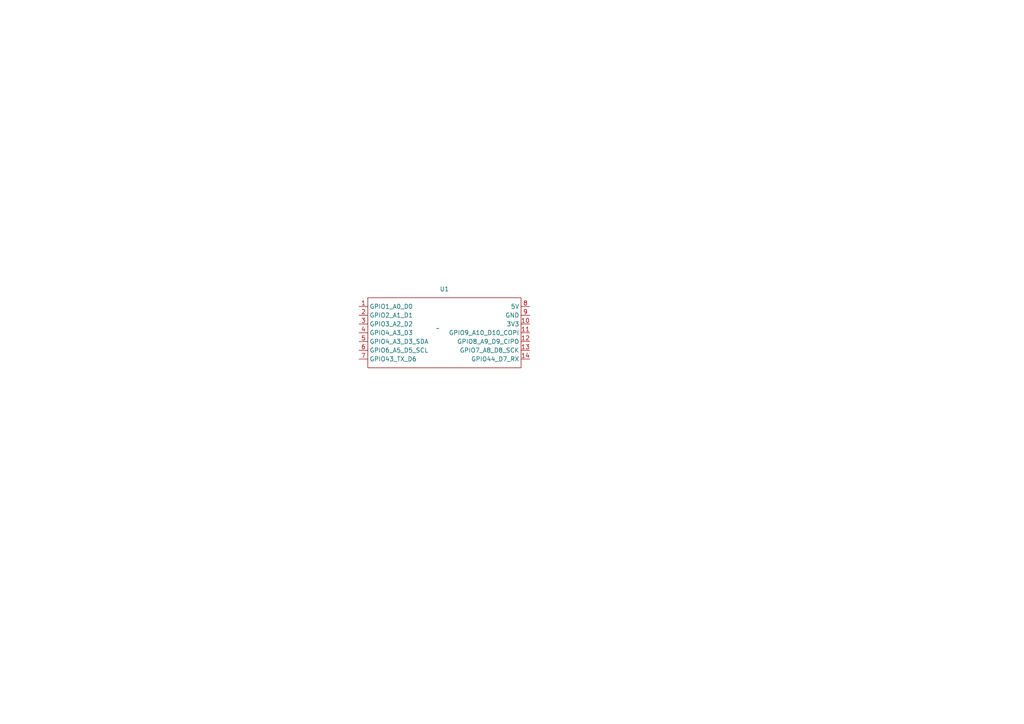
<source format=kicad_sch>
(kicad_sch (version 20230121) (generator eeschema)
  (paper "A4")
  (lib_symbols
    (symbol "ESP32:XIAO_ESP32_SENSE"
      (property "Reference" "U" (at 0 0 0))
      (symbol "XIAO_ESP32_SENSE_0_1"
        (polyline (pts (xy -20.32 8.89) (xy -20.32 -11.43) (xy 24.13 -11.43) (xy 24.13 8.89) (xy -20.32 8.89)))
      )
      (symbol "XIAO_ESP32_SENSE_1_1"
        (pin bidirectional line (at -22.86 6.35 0) (length 2.54) (name "GPIO1_A0_D0") (number "1"))
        (pin bidirectional line (at 26.67 1.27 180) (length 2.54) (name "3V3") (number "10"))
        (pin bidirectional line (at 26.67 -1.27 180) (length 2.54) (name "GPIO9_A10_D10_COPI") (number "11"))
        (pin bidirectional line (at 26.67 -3.81 180) (length 2.54) (name "GPIO8_A9_D9_CIPO") (number "12"))
        (pin bidirectional line (at 26.67 -6.35 180) (length 2.54) (name "GPIO7_A8_D8_SCK") (number "13"))
        (pin bidirectional line (at 26.67 -8.89 180) (length 2.54) (name "GPIO44_D7_RX") (number "14"))
        (pin bidirectional line (at -22.86 3.81 0) (length 2.54) (name "GPIO2_A1_D1") (number "2"))
        (pin bidirectional line (at -22.86 1.27 0) (length 2.54) (name "GPIO3_A2_D2") (number "3"))
        (pin bidirectional line (at -22.86 -1.27 0) (length 2.54) (name "GPIO4_A3_D3") (number "4"))
        (pin bidirectional line (at -22.86 -3.81 0) (length 2.54) (name "GPIO4_A3_D3_SDA") (number "5"))
        (pin bidirectional line (at -22.86 -6.35 0) (length 2.54) (name "GPIO6_A5_D5_SCL") (number "6"))
        (pin bidirectional line (at -22.86 -8.89 0) (length 2.54) (name "GPIO43_TX_D6") (number "7"))
        (pin bidirectional line (at 26.67 6.35 180) (length 2.54) (name "5V") (number "8"))
        (pin bidirectional line (at 26.67 3.81 180) (length 2.54) (name "GND") (number "9"))
      )
    )
  )
  (symbol (lib_id "ESP32:XIAO_ESP32_SENSE") (at 127 95.25 0) (unit 1)
    (property "Reference" "U1" (at 128.905 83.82 0))
    (property "Value" "~" (at 127 95.25 0))
    (property "Footprint" "ESP32:XIAO_ESP32_SENSE" (effects hide))
  )
)
</source>
